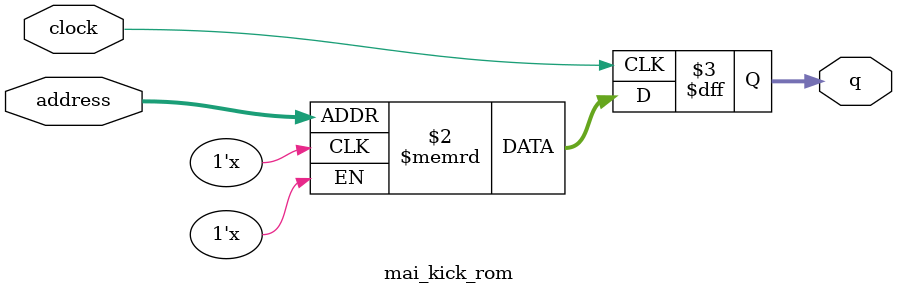
<source format=sv>
module mai_kick_rom (
	input logic clock,
	input logic [15:0] address,
	output logic [3:0] q
);

logic [3:0] memory [0:62719] /* synthesis ram_init_file = "./mai_kick/mai_kick.COE" */;

always_ff @ (posedge clock) begin
	q <= memory[address];
end

endmodule

</source>
